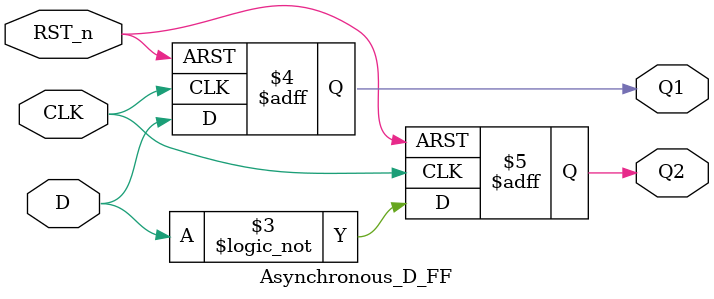
<source format=v>
`timescale 1ns / 1ns



module Asynchronous_D_FF(
    input CLK,
    input D,
    input RST_n,
    output reg Q1,
    output reg Q2
    );

    always @(posedge CLK or negedge RST_n)
    begin
        if (!RST_n) begin
            Q1 = 0;
            Q2 = 1;
        end
        else begin
            Q1 = D;
            Q2 = !Q1;

        end
    end

endmodule

</source>
